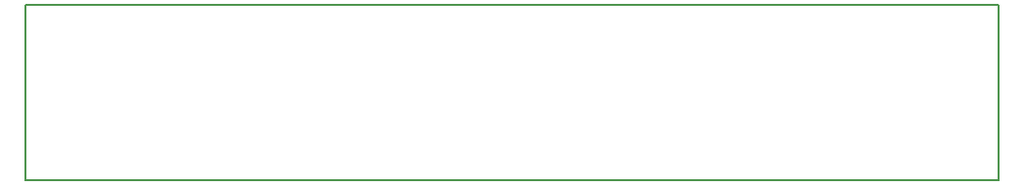
<source format=gm1>
G04 Layer_Color=16711935*
%FSLAX44Y44*%
%MOMM*%
G71*
G01*
G75*
%ADD11C,0.2000*%
D11*
X0Y152500D02*
X842500D01*
X842500Y0D02*
Y152500D01*
X0Y0D02*
Y152500D01*
Y0D02*
X842500D01*
X0Y152500D02*
X842500D01*
X842500Y0D02*
Y152500D01*
X0Y0D02*
Y152500D01*
Y0D02*
X842500D01*
M02*

</source>
